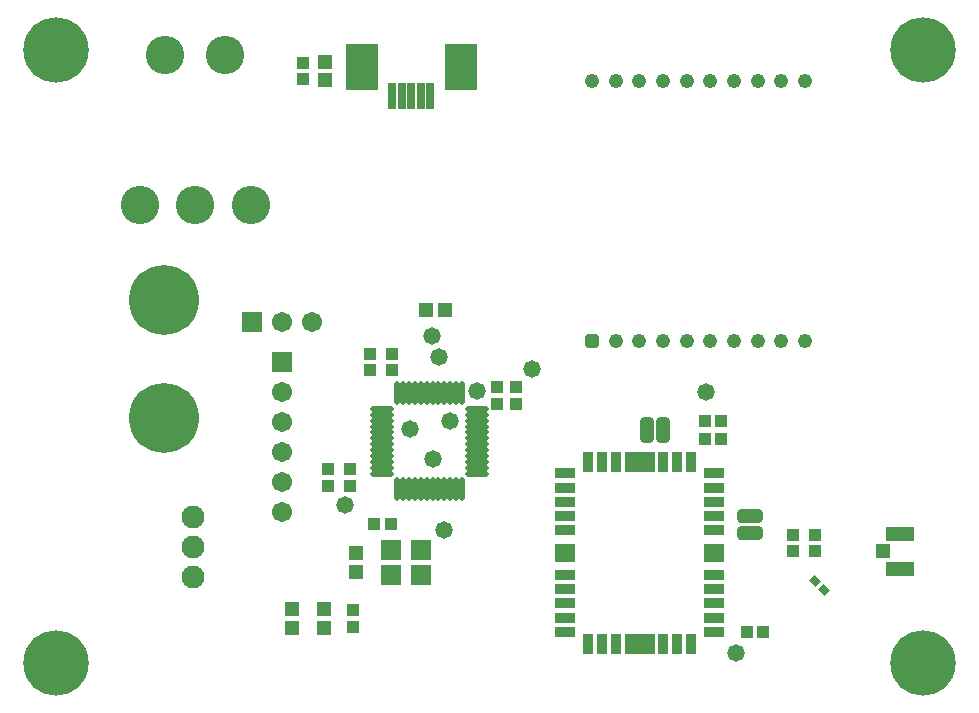
<source format=gts>
G04 Layer_Color=8388736*
%FSLAX24Y24*%
%MOIN*%
G70*
G01*
G75*
%ADD50R,0.0946X0.0493*%
%ADD51R,0.0513X0.0493*%
G04:AMPARAMS|DCode=52|XSize=47.4mil|YSize=86.7mil|CornerRadius=13.8mil|HoleSize=0mil|Usage=FLASHONLY|Rotation=0.000|XOffset=0mil|YOffset=0mil|HoleType=Round|Shape=RoundedRectangle|*
%AMROUNDEDRECTD52*
21,1,0.0474,0.0591,0,0,0.0*
21,1,0.0197,0.0867,0,0,0.0*
1,1,0.0277,0.0098,-0.0295*
1,1,0.0277,-0.0098,-0.0295*
1,1,0.0277,-0.0098,0.0295*
1,1,0.0277,0.0098,0.0295*
%
%ADD52ROUNDEDRECTD52*%
G04:AMPARAMS|DCode=53|XSize=47.4mil|YSize=86.7mil|CornerRadius=13.8mil|HoleSize=0mil|Usage=FLASHONLY|Rotation=90.000|XOffset=0mil|YOffset=0mil|HoleType=Round|Shape=RoundedRectangle|*
%AMROUNDEDRECTD53*
21,1,0.0474,0.0591,0,0,90.0*
21,1,0.0197,0.0867,0,0,90.0*
1,1,0.0277,0.0295,0.0098*
1,1,0.0277,0.0295,-0.0098*
1,1,0.0277,-0.0295,-0.0098*
1,1,0.0277,-0.0295,0.0098*
%
%ADD53ROUNDEDRECTD53*%
%ADD54R,0.0493X0.0474*%
%ADD55R,0.1064X0.1576*%
%ADD56R,0.0277X0.0867*%
%ADD57O,0.0789X0.0198*%
%ADD58O,0.0198X0.0789*%
%ADD59R,0.0434X0.0395*%
%ADD60R,0.0474X0.0493*%
%ADD61R,0.0671X0.0710*%
%ADD62R,0.0395X0.0434*%
G04:AMPARAMS|DCode=63|XSize=27.7mil|YSize=31.6mil|CornerRadius=0mil|HoleSize=0mil|Usage=FLASHONLY|Rotation=225.000|XOffset=0mil|YOffset=0mil|HoleType=Round|Shape=Rectangle|*
%AMROTATEDRECTD63*
4,1,4,-0.0014,0.0210,0.0210,-0.0014,0.0014,-0.0210,-0.0210,0.0014,-0.0014,0.0210,0.0*
%
%ADD63ROTATEDRECTD63*%

%ADD64R,0.0356X0.0671*%
%ADD65R,0.0986X0.0671*%
%ADD66R,0.0671X0.0356*%
%ADD67R,0.0671X0.0592*%
%ADD68C,0.1280*%
%ADD69C,0.2330*%
%ADD70C,0.0769*%
%ADD71C,0.2180*%
%ADD72R,0.0671X0.0671*%
%ADD73C,0.0671*%
%ADD74R,0.0671X0.0671*%
G04:AMPARAMS|DCode=75|XSize=48mil|YSize=48mil|CornerRadius=14mil|HoleSize=0mil|Usage=FLASHONLY|Rotation=90.000|XOffset=0mil|YOffset=0mil|HoleType=Round|Shape=RoundedRectangle|*
%AMROUNDEDRECTD75*
21,1,0.0480,0.0200,0,0,90.0*
21,1,0.0200,0.0480,0,0,90.0*
1,1,0.0280,0.0100,0.0100*
1,1,0.0280,0.0100,-0.0100*
1,1,0.0280,-0.0100,-0.0100*
1,1,0.0280,-0.0100,0.0100*
%
%ADD75ROUNDEDRECTD75*%
%ADD76C,0.0480*%
%ADD77C,0.0580*%
D50*
X67992Y14370D02*
D03*
Y15532D02*
D03*
D51*
X67402Y14951D02*
D03*
D52*
X59537Y18984D02*
D03*
X60087D02*
D03*
D53*
X62994Y15570D02*
D03*
Y16120D02*
D03*
D54*
X52815Y22982D02*
D03*
X52185D02*
D03*
D55*
X50039Y31102D02*
D03*
X53346D02*
D03*
D56*
X52323Y30118D02*
D03*
X51378D02*
D03*
X51063D02*
D03*
X52008D02*
D03*
X51693D02*
D03*
D57*
X50709Y17526D02*
D03*
Y17723D02*
D03*
Y17920D02*
D03*
Y18117D02*
D03*
Y18314D02*
D03*
Y18511D02*
D03*
Y18707D02*
D03*
Y18904D02*
D03*
Y19101D02*
D03*
Y19298D02*
D03*
Y19495D02*
D03*
Y19692D02*
D03*
X53898D02*
D03*
Y19495D02*
D03*
Y19298D02*
D03*
Y19101D02*
D03*
Y18904D02*
D03*
Y18707D02*
D03*
Y18511D02*
D03*
Y18314D02*
D03*
Y18117D02*
D03*
Y17920D02*
D03*
Y17723D02*
D03*
Y17526D02*
D03*
D58*
X51220Y20204D02*
D03*
X51417D02*
D03*
X51614D02*
D03*
X51811D02*
D03*
X52008D02*
D03*
X52205D02*
D03*
X52402D02*
D03*
X52598D02*
D03*
X52795D02*
D03*
X53386Y17015D02*
D03*
X53189D02*
D03*
X52992D02*
D03*
X52795D02*
D03*
X52598D02*
D03*
X52402D02*
D03*
X52205D02*
D03*
X52008D02*
D03*
X51811D02*
D03*
X51614D02*
D03*
X51417D02*
D03*
X51220D02*
D03*
X52992Y20204D02*
D03*
X53189D02*
D03*
X53386D02*
D03*
D59*
X51063Y21535D02*
D03*
Y20984D02*
D03*
X64401Y15501D02*
D03*
Y14950D02*
D03*
X65151Y15501D02*
D03*
Y14950D02*
D03*
X55187Y20404D02*
D03*
Y19852D02*
D03*
X54547Y20404D02*
D03*
Y19852D02*
D03*
X48903Y17685D02*
D03*
Y17133D02*
D03*
X49653Y17685D02*
D03*
Y17133D02*
D03*
X50315Y21535D02*
D03*
Y20984D02*
D03*
X49734Y12972D02*
D03*
Y12421D02*
D03*
X48091Y30679D02*
D03*
Y31230D02*
D03*
D60*
X49862Y14882D02*
D03*
Y14252D02*
D03*
X48789Y12382D02*
D03*
Y13012D02*
D03*
X47726D02*
D03*
Y12382D02*
D03*
X48829Y31270D02*
D03*
Y30640D02*
D03*
D61*
X51014Y14984D02*
D03*
Y14142D02*
D03*
X52014Y14984D02*
D03*
Y14142D02*
D03*
D62*
X61474Y18700D02*
D03*
X62026D02*
D03*
X61474Y19300D02*
D03*
X62026D02*
D03*
X63426Y12250D02*
D03*
X62874D02*
D03*
X50463Y15866D02*
D03*
X51014D02*
D03*
D63*
X65161Y13939D02*
D03*
X65439Y13661D02*
D03*
D64*
X61032Y17931D02*
D03*
X60560D02*
D03*
X60087D02*
D03*
X57568D02*
D03*
X58040D02*
D03*
X58513D02*
D03*
X58513Y11868D02*
D03*
X58040D02*
D03*
X57568D02*
D03*
X60087D02*
D03*
X60560D02*
D03*
X61032D02*
D03*
D65*
X59300Y17931D02*
D03*
X59300Y11868D02*
D03*
D66*
X56820Y14152D02*
D03*
Y12262D02*
D03*
Y12735D02*
D03*
Y13680D02*
D03*
Y13207D02*
D03*
Y16593D02*
D03*
Y17065D02*
D03*
Y16120D02*
D03*
Y15648D02*
D03*
Y17538D02*
D03*
X61780D02*
D03*
Y15648D02*
D03*
Y16120D02*
D03*
Y17065D02*
D03*
Y16593D02*
D03*
Y13207D02*
D03*
Y13680D02*
D03*
Y12735D02*
D03*
Y12262D02*
D03*
Y14152D02*
D03*
D67*
X56820Y14900D02*
D03*
X61780D02*
D03*
D68*
X42640Y26480D02*
D03*
X44490D02*
D03*
X46340D02*
D03*
X43490Y31480D02*
D03*
X45490D02*
D03*
D69*
X43445Y19390D02*
D03*
Y23327D02*
D03*
D70*
X44400Y14075D02*
D03*
Y15075D02*
D03*
Y16075D02*
D03*
D71*
X39850Y31660D02*
D03*
Y11210D02*
D03*
X68760Y31660D02*
D03*
Y11210D02*
D03*
D72*
X47383Y21256D02*
D03*
D73*
Y20256D02*
D03*
Y19256D02*
D03*
Y18256D02*
D03*
Y17256D02*
D03*
Y16256D02*
D03*
Y22579D02*
D03*
X48383D02*
D03*
D74*
X46383D02*
D03*
D75*
X57721Y21950D02*
D03*
D76*
X58508D02*
D03*
X59296D02*
D03*
X60083D02*
D03*
X60870D02*
D03*
X61658D02*
D03*
X62445D02*
D03*
X63233D02*
D03*
X64020D02*
D03*
X64807D02*
D03*
Y30611D02*
D03*
X64020D02*
D03*
X63233D02*
D03*
X62445D02*
D03*
X61658D02*
D03*
X60870D02*
D03*
X60083D02*
D03*
X59296D02*
D03*
X58508D02*
D03*
X57721D02*
D03*
D77*
X62500Y11545D02*
D03*
X49478Y16476D02*
D03*
X53888Y20285D02*
D03*
X52972Y19301D02*
D03*
X51644Y19026D02*
D03*
X52402Y18012D02*
D03*
X52785Y15650D02*
D03*
X52394Y22117D02*
D03*
X52601Y21409D02*
D03*
X55728Y21014D02*
D03*
X61516Y20246D02*
D03*
M02*

</source>
